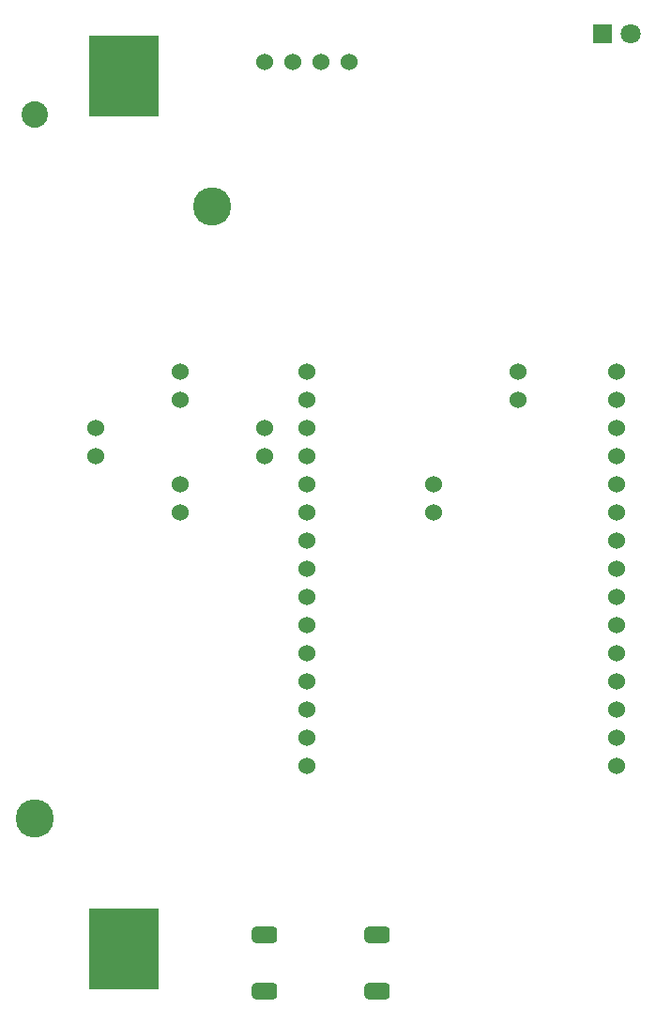
<source format=gbr>
%TF.GenerationSoftware,KiCad,Pcbnew,7.0.9+dfsg-1*%
%TF.CreationDate,2023-11-29T17:00:19+07:00*%
%TF.ProjectId,wifitools,77696669-746f-46f6-9c73-2e6b69636164,rev?*%
%TF.SameCoordinates,Original*%
%TF.FileFunction,Soldermask,Bot*%
%TF.FilePolarity,Negative*%
%FSLAX46Y46*%
G04 Gerber Fmt 4.6, Leading zero omitted, Abs format (unit mm)*
G04 Created by KiCad (PCBNEW 7.0.9+dfsg-1) date 2023-11-29 17:00:19*
%MOMM*%
%LPD*%
G01*
G04 APERTURE LIST*
G04 Aperture macros list*
%AMRoundRect*
0 Rectangle with rounded corners*
0 $1 Rounding radius*
0 $2 $3 $4 $5 $6 $7 $8 $9 X,Y pos of 4 corners*
0 Add a 4 corners polygon primitive as box body*
4,1,4,$2,$3,$4,$5,$6,$7,$8,$9,$2,$3,0*
0 Add four circle primitives for the rounded corners*
1,1,$1+$1,$2,$3*
1,1,$1+$1,$4,$5*
1,1,$1+$1,$6,$7*
1,1,$1+$1,$8,$9*
0 Add four rect primitives between the rounded corners*
20,1,$1+$1,$2,$3,$4,$5,0*
20,1,$1+$1,$4,$5,$6,$7,0*
20,1,$1+$1,$6,$7,$8,$9,0*
20,1,$1+$1,$8,$9,$2,$3,0*%
G04 Aperture macros list end*
%ADD10C,1.524000*%
%ADD11R,1.800000X1.800000*%
%ADD12C,1.800000*%
%ADD13RoundRect,0.381000X0.762000X0.381000X-0.762000X0.381000X-0.762000X-0.381000X0.762000X-0.381000X0*%
%ADD14C,2.390000*%
%ADD15C,3.450000*%
%ADD16R,6.350000X7.340000*%
G04 APERTURE END LIST*
D10*
%TO.C,Display *%
X137160000Y-58420000D03*
X139700000Y-58420000D03*
X142240000Y-58420000D03*
X144780000Y-58420000D03*
%TD*%
%TO.C,A*%
X160020000Y-86360000D03*
X160020000Y-88900000D03*
%TD*%
D11*
%TO.C,Senter*%
X167640000Y-55880000D03*
D12*
X170180000Y-55880000D03*
%TD*%
D10*
%TO.C,RIGHT*%
X137160000Y-91440000D03*
X137160000Y-93980000D03*
%TD*%
%TO.C,LEFT*%
X121920000Y-91440000D03*
X121920000Y-93980000D03*
%TD*%
%TO.C,DOWN*%
X129540000Y-96520000D03*
X129540000Y-99060000D03*
%TD*%
%TO.C,UP*%
X129540000Y-86360000D03*
X129540000Y-88900000D03*
%TD*%
%TO.C,B*%
X152400000Y-96520000D03*
X152400000Y-99060000D03*
%TD*%
%TO.C,*%
X168910000Y-86360000D03*
X168910000Y-88900000D03*
X168910000Y-91440000D03*
X168910000Y-93980000D03*
X168910000Y-96520000D03*
X168910000Y-99060000D03*
X168910000Y-101600000D03*
X168910000Y-104140000D03*
X168910000Y-106680000D03*
X168910000Y-109220000D03*
X168910000Y-111760000D03*
X168910000Y-114300000D03*
X168910000Y-116840000D03*
X168910000Y-119380000D03*
X168910000Y-121920000D03*
X140970000Y-121920000D03*
X140970000Y-119380000D03*
X140970000Y-116840000D03*
X140970000Y-114300000D03*
X140970000Y-111760000D03*
X140970000Y-109220000D03*
X140970000Y-106680000D03*
X140970000Y-104140000D03*
X140970000Y-101600000D03*
X140970000Y-99060000D03*
X140970000Y-96520000D03*
X140970000Y-93980000D03*
X140970000Y-91440000D03*
X140970000Y-88900000D03*
X140970000Y-86360000D03*
%TD*%
D13*
%TO.C,R1*%
X137160000Y-137160000D03*
X147320000Y-137160000D03*
%TD*%
D14*
%TO.C,REF\u002A\u002A*%
X116460000Y-63130000D03*
D15*
X132460000Y-71460000D03*
X116460000Y-126660000D03*
D16*
X124460000Y-59730000D03*
X124460000Y-138390000D03*
%TD*%
D13*
%TO.C,R2*%
X137160000Y-142240000D03*
X147320000Y-142240000D03*
%TD*%
M02*

</source>
